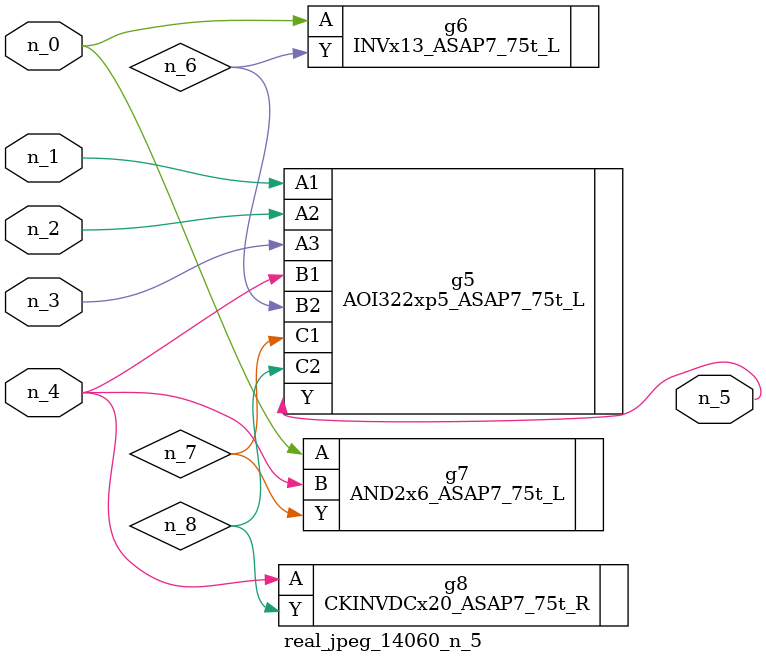
<source format=v>
module real_jpeg_14060_n_5 (n_4, n_0, n_1, n_2, n_3, n_5);

input n_4;
input n_0;
input n_1;
input n_2;
input n_3;

output n_5;

wire n_8;
wire n_6;
wire n_7;

INVx13_ASAP7_75t_L g6 ( 
.A(n_0),
.Y(n_6)
);

AND2x6_ASAP7_75t_L g7 ( 
.A(n_0),
.B(n_4),
.Y(n_7)
);

AOI322xp5_ASAP7_75t_L g5 ( 
.A1(n_1),
.A2(n_2),
.A3(n_3),
.B1(n_4),
.B2(n_6),
.C1(n_7),
.C2(n_8),
.Y(n_5)
);

CKINVDCx20_ASAP7_75t_R g8 ( 
.A(n_4),
.Y(n_8)
);


endmodule
</source>
